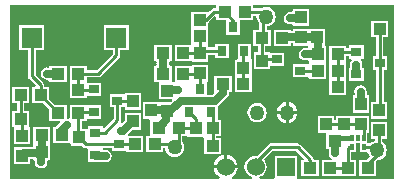
<source format=gtl>
G04 Layer_Physical_Order=1*
G04 Layer_Color=255*
%FSAX24Y24*%
%MOIN*%
G70*
G01*
G75*
%ADD10R,0.0118X0.0193*%
%ADD11R,0.0118X0.0205*%
%ADD12R,0.0354X0.0315*%
%ADD13R,0.0315X0.0354*%
%ADD14R,0.0394X0.0433*%
%ADD15R,0.0433X0.0394*%
%ADD16R,0.0689X0.0709*%
%ADD17C,0.0100*%
%ADD18C,0.0250*%
%ADD19C,0.0150*%
%ADD20C,0.0500*%
%ADD21R,0.0600X0.0600*%
%ADD22C,0.0600*%
%ADD23C,0.0270*%
G36*
X102910Y044150D02*
X099718D01*
X099680Y044180D01*
X099680Y044200D01*
Y044920D01*
X098940D01*
Y044200D01*
X098940Y044180D01*
X098902Y044150D01*
X098442D01*
X098432Y044200D01*
X098497Y044227D01*
X098574Y044286D01*
X098633Y044363D01*
X098670Y044453D01*
X098683Y044550D01*
X098670Y044647D01*
X098633Y044737D01*
X098584Y044801D01*
X098861Y045078D01*
X099659D01*
X099924Y044813D01*
X099905Y044767D01*
X099839D01*
Y044233D01*
X100412D01*
Y044767D01*
X100248D01*
Y044785D01*
X100238Y044831D01*
X100212Y044871D01*
X099797Y045287D01*
X099757Y045313D01*
X099710Y045322D01*
X098810D01*
X098763Y045313D01*
X098723Y045287D01*
X098354Y044917D01*
X098310Y044923D01*
X098213Y044910D01*
X098123Y044873D01*
X098046Y044814D01*
X097987Y044737D01*
X097950Y044647D01*
X097937Y044550D01*
X097950Y044453D01*
X097987Y044363D01*
X098046Y044286D01*
X098123Y044227D01*
X098188Y044200D01*
X098178Y044150D01*
X097520D01*
X097510Y044200D01*
X097512Y044201D01*
X097595Y044265D01*
X097659Y044348D01*
X097700Y044446D01*
X097707Y044500D01*
X097310D01*
X096913D01*
X096920Y044446D01*
X096961Y044348D01*
X097025Y044265D01*
X097108Y044201D01*
X097110Y044200D01*
X097100Y044150D01*
X090110D01*
Y049950D01*
X096989D01*
Y049822D01*
X096910D01*
X096863Y049813D01*
X096823Y049787D01*
X096774Y049737D01*
X096731Y049717D01*
Y049717D01*
X096731Y049717D01*
X096158D01*
Y049217D01*
X096158Y049183D01*
X096158Y049133D01*
Y048657D01*
X096158Y048633D01*
X096115Y048617D01*
X095608D01*
Y048083D01*
X096181D01*
X096193Y048048D01*
X096727D01*
Y048284D01*
X096959D01*
Y048159D01*
X097413D01*
Y048653D01*
X096959D01*
Y048529D01*
X096727D01*
Y048621D01*
X096727D01*
X096731Y048633D01*
X096731Y048633D01*
X096731Y048669D01*
Y049133D01*
X096731Y049167D01*
X096731Y049217D01*
Y049353D01*
X096747Y049363D01*
X096939Y049556D01*
X096989Y049535D01*
Y049433D01*
X097333D01*
Y048947D01*
X097787D01*
Y049433D01*
X098231D01*
Y049578D01*
X098313D01*
X098337Y049550D01*
X098348Y049466D01*
X098380Y049389D01*
X098432Y049322D01*
X098438Y049317D01*
Y049117D01*
X098239D01*
Y048583D01*
X098388D01*
Y048371D01*
X098243D01*
Y047798D01*
X098777D01*
Y047897D01*
X099263D01*
Y048351D01*
X098777D01*
Y048371D01*
X098632D01*
Y048583D01*
X098812D01*
Y049117D01*
X098682D01*
Y049230D01*
X098744Y049238D01*
X098821Y049270D01*
X098888Y049322D01*
X098940Y049389D01*
X098972Y049466D01*
X098983Y049550D01*
X098972Y049634D01*
X098940Y049711D01*
X098888Y049778D01*
X098821Y049830D01*
X098744Y049862D01*
X098660Y049873D01*
X098576Y049862D01*
X098499Y049830D01*
X098489Y049822D01*
X098231D01*
Y049950D01*
X102910D01*
Y044150D01*
D02*
G37*
%LPC*%
G36*
X098360Y046673D02*
X098276Y046662D01*
X098199Y046630D01*
X098132Y046578D01*
X098080Y046511D01*
X098048Y046434D01*
X098037Y046350D01*
X098048Y046266D01*
X098080Y046189D01*
X098132Y046122D01*
X098199Y046070D01*
X098276Y046038D01*
X098360Y046027D01*
X098444Y046038D01*
X098521Y046070D01*
X098588Y046122D01*
X098640Y046189D01*
X098672Y046266D01*
X098683Y046350D01*
X098672Y046434D01*
X098640Y046511D01*
X098588Y046578D01*
X098521Y046630D01*
X098444Y046662D01*
X098360Y046673D01*
D02*
G37*
G36*
X099706Y046300D02*
X099410D01*
Y046004D01*
X099451Y046009D01*
X099537Y046044D01*
X099610Y046100D01*
X099666Y046173D01*
X099701Y046259D01*
X099706Y046300D01*
D02*
G37*
G36*
X101810Y047259D02*
X101730Y047243D01*
X101662Y047198D01*
X101617Y047130D01*
X101601Y047050D01*
X101611Y046999D01*
Y046924D01*
X101543D01*
Y046350D01*
X102077D01*
Y046924D01*
X102009D01*
Y046999D01*
X102019Y047050D01*
X102003Y047130D01*
X101958Y047198D01*
X101890Y047243D01*
X101810Y047259D01*
D02*
G37*
G36*
X102731Y049417D02*
X102158D01*
Y048883D01*
X102322D01*
Y048227D01*
X102207D01*
Y047773D01*
X102331D01*
Y046721D01*
X102143D01*
Y046148D01*
X102677D01*
Y046721D01*
X102576D01*
Y047773D01*
X102701D01*
Y048227D01*
X102567D01*
Y048883D01*
X102731D01*
Y049417D01*
D02*
G37*
G36*
X101527Y046254D02*
Y046254D01*
X100993D01*
Y046090D01*
X100927D01*
Y046254D01*
X100393D01*
Y045681D01*
X100614D01*
X100658Y045667D01*
Y045133D01*
X100761D01*
Y045051D01*
X100751Y045000D01*
X100767Y044920D01*
X100812Y044852D01*
X100865Y044817D01*
X100850Y044767D01*
X100508D01*
Y044233D01*
X101040D01*
X101081Y044233D01*
X101081Y044233D01*
X101089Y044236D01*
Y044236D01*
X101662D01*
Y044769D01*
X101498D01*
Y045032D01*
X101642D01*
Y045334D01*
X101778D01*
Y045038D01*
X102036D01*
X102056Y044997D01*
X102080Y044939D01*
X102122Y044885D01*
X102006Y044769D01*
X101758D01*
Y044236D01*
X102331D01*
Y044748D01*
X102360Y044777D01*
X102444Y044788D01*
X102521Y044820D01*
X102588Y044872D01*
X102640Y044939D01*
X102672Y045016D01*
X102683Y045100D01*
X102672Y045184D01*
X102640Y045261D01*
X102588Y045328D01*
X102532Y045371D01*
Y045479D01*
X102677D01*
Y046052D01*
X102143D01*
Y045479D01*
X102288D01*
Y045413D01*
X102276Y045412D01*
X102199Y045380D01*
X102132Y045328D01*
X102131Y045327D01*
X102036D01*
Y045666D01*
X102077Y045681D01*
Y046254D01*
X101543D01*
Y046254D01*
X101527D01*
D02*
G37*
G36*
X097360Y044947D02*
Y044600D01*
X097707D01*
X097700Y044654D01*
X097659Y044752D01*
X097595Y044835D01*
X097512Y044899D01*
X097414Y044940D01*
X097360Y044947D01*
D02*
G37*
G36*
X097260D02*
X097206Y044940D01*
X097108Y044899D01*
X097025Y044835D01*
X096961Y044752D01*
X096920Y044654D01*
X096913Y044600D01*
X097260D01*
Y044947D01*
D02*
G37*
G36*
X091462Y045867D02*
X090889D01*
Y045333D01*
X090889D01*
X090889Y045317D01*
X090889D01*
Y045199D01*
X090777D01*
Y045202D01*
X090243D01*
Y044629D01*
X090777D01*
Y044801D01*
X090889D01*
Y044783D01*
X090927D01*
X090958Y044733D01*
X090951Y044700D01*
X090967Y044620D01*
X091012Y044552D01*
X091080Y044507D01*
X091160Y044491D01*
X091240Y044507D01*
X091308Y044552D01*
X091353Y044620D01*
X091369Y044700D01*
X091362Y044733D01*
X091393Y044783D01*
X091462D01*
Y045317D01*
X091462D01*
X091462Y045333D01*
X091462D01*
Y045867D01*
D02*
G37*
G36*
X099310Y046300D02*
X099014D01*
X099019Y046259D01*
X099054Y046173D01*
X099110Y046100D01*
X099183Y046044D01*
X099269Y046009D01*
X099310Y046004D01*
Y046300D01*
D02*
G37*
G36*
X090762Y047217D02*
X090189D01*
Y046683D01*
X090353D01*
Y046417D01*
X090189D01*
Y045883D01*
X090198D01*
X090243Y045871D01*
Y045298D01*
X090777D01*
Y045871D01*
X090777D01*
X090762Y045883D01*
Y046417D01*
X090598D01*
Y046683D01*
X090762D01*
Y047217D01*
D02*
G37*
G36*
X092012Y047917D02*
X091439D01*
Y047886D01*
X091389Y047853D01*
X091360Y047859D01*
X091280Y047843D01*
X091212Y047798D01*
X091167Y047730D01*
X091151Y047650D01*
X091167Y047570D01*
X091212Y047502D01*
X091280Y047457D01*
X091360Y047441D01*
X091389Y047447D01*
X091439Y047414D01*
Y047383D01*
X092012D01*
Y047917D01*
D02*
G37*
G36*
X094082Y049274D02*
X093253D01*
Y048426D01*
X093545D01*
Y048308D01*
X093009Y047772D01*
X092681D01*
Y047917D01*
X092108D01*
Y047383D01*
X092108D01*
X092108Y047367D01*
X092108D01*
Y046833D01*
X092681D01*
Y046897D01*
X093163D01*
Y047351D01*
X092718D01*
X092681Y047383D01*
Y047528D01*
X093060D01*
X093107Y047537D01*
X093147Y047563D01*
X093754Y048171D01*
X093781Y048211D01*
X093790Y048257D01*
Y048426D01*
X094082D01*
Y049274D01*
D02*
G37*
G36*
X101913Y048601D02*
X101419D01*
Y048496D01*
X101331D01*
Y048567D01*
X100758D01*
Y048033D01*
X100758D01*
Y048017D01*
X100758D01*
Y047483D01*
X100758D01*
X100758Y047467D01*
X100758D01*
Y046933D01*
X101331D01*
Y047467D01*
X101331D01*
X101331Y047483D01*
X101331D01*
Y048017D01*
X101331D01*
Y048033D01*
X101331D01*
Y048252D01*
X101419D01*
Y048147D01*
X101495D01*
X101510Y048104D01*
X101511Y048097D01*
X101467Y048030D01*
X101451Y047950D01*
X101460Y047903D01*
X101452Y047853D01*
X101419D01*
Y047399D01*
X101913D01*
Y047853D01*
X101868D01*
X101860Y047903D01*
X101869Y047950D01*
X101853Y048030D01*
X101809Y048097D01*
X101810Y048104D01*
X101825Y048147D01*
X101913D01*
Y048601D01*
D02*
G37*
G36*
X100077Y049821D02*
X099543D01*
Y049733D01*
X099493Y049702D01*
X099460Y049709D01*
X099380Y049693D01*
X099312Y049648D01*
X099267Y049580D01*
X099251Y049500D01*
X099267Y049420D01*
X099312Y049352D01*
X099380Y049307D01*
X099460Y049291D01*
X099493Y049298D01*
X099543Y049267D01*
Y049248D01*
X100077D01*
Y049821D01*
D02*
G37*
G36*
X100093Y049152D02*
X100077Y049152D01*
X100077Y049152D01*
X100045Y049152D01*
X099543D01*
Y049064D01*
X099481D01*
Y049117D01*
X098908D01*
Y048583D01*
X099481D01*
Y048667D01*
X099543D01*
Y048579D01*
X100044D01*
X100047Y048578D01*
X100070Y048521D01*
X100057Y048499D01*
X100011D01*
X099960Y048509D01*
X099880Y048493D01*
X099812Y048448D01*
X099767Y048380D01*
X099751Y048300D01*
X099767Y048220D01*
X099812Y048152D01*
X099880Y048107D01*
X099960Y048091D01*
X100011Y048101D01*
X100053D01*
X100089Y048066D01*
X100089Y048007D01*
X100051Y047977D01*
X099557D01*
Y047523D01*
X100051D01*
X100089Y047493D01*
Y047483D01*
X100662D01*
Y047983D01*
X100662Y048017D01*
X100662Y048067D01*
Y048567D01*
X100627Y048579D01*
Y049152D01*
X100125D01*
X100093Y049152D01*
Y049152D01*
D02*
G37*
G36*
X099410Y046696D02*
Y046400D01*
X099706D01*
X099701Y046441D01*
X099666Y046527D01*
X099610Y046600D01*
X099537Y046656D01*
X099451Y046691D01*
X099410Y046696D01*
D02*
G37*
G36*
X099310D02*
X099269Y046691D01*
X099183Y046656D01*
X099110Y046600D01*
X099054Y046527D01*
X099019Y046441D01*
X099014Y046400D01*
X099310D01*
Y046696D01*
D02*
G37*
G36*
X091267Y049274D02*
X090438D01*
Y048426D01*
X090730D01*
Y047557D01*
X090739Y047511D01*
X090766Y047471D01*
X090974Y047263D01*
X090955Y047217D01*
X090858D01*
Y046683D01*
X091219D01*
X091439Y046463D01*
Y046083D01*
X091791D01*
X091812Y046033D01*
X091704Y045925D01*
X091665Y045867D01*
X091558D01*
Y045333D01*
X092131D01*
X092143Y045288D01*
Y045248D01*
X092523D01*
X092558Y045213D01*
X092598Y045187D01*
X092645Y045178D01*
X092679D01*
X092719Y045153D01*
X092719Y045128D01*
Y044699D01*
X093213D01*
Y044699D01*
X093263Y044700D01*
X093310Y044691D01*
X093390Y044707D01*
X093458Y044752D01*
X093503Y044820D01*
X093519Y044900D01*
X093503Y044980D01*
X093458Y045048D01*
X093390Y045093D01*
X093310Y045109D01*
X093263Y045100D01*
X093217Y045107D01*
X093219Y045157D01*
X093253Y045178D01*
X093507D01*
Y045073D01*
X093989D01*
Y045033D01*
X094562D01*
Y045567D01*
X094062D01*
X094049Y045587D01*
X094043Y045617D01*
X094205Y045779D01*
X094477D01*
Y046352D01*
X093943D01*
Y046080D01*
X093852Y045989D01*
X093851Y045988D01*
X093839Y045990D01*
X093816Y046045D01*
X093817Y046047D01*
X093826Y046094D01*
Y046523D01*
X093943D01*
Y046448D01*
X094477D01*
Y047021D01*
X093943D01*
Y046977D01*
X093457D01*
Y046523D01*
X093581D01*
Y046144D01*
X093263Y045826D01*
X093213Y045847D01*
Y045901D01*
X092719D01*
Y045840D01*
X092677Y045821D01*
X092669Y045821D01*
X092517D01*
Y046083D01*
X092681D01*
Y046149D01*
X093163D01*
Y046603D01*
X092681D01*
Y046617D01*
X092108D01*
Y046187D01*
X092058Y046149D01*
X092012Y046159D01*
Y046617D01*
X091632D01*
X091431Y046817D01*
Y047217D01*
X091267D01*
Y047265D01*
X091258Y047312D01*
X091231Y047352D01*
X090975Y047608D01*
Y048426D01*
X091267D01*
Y049274D01*
D02*
G37*
G36*
X098161Y048653D02*
X097707D01*
Y048159D01*
X097688Y048117D01*
X097608D01*
Y047583D01*
X097608D01*
Y047567D01*
X097608D01*
Y047033D01*
X098181D01*
Y047567D01*
X098181D01*
Y047583D01*
X098181D01*
Y048117D01*
X098180D01*
X098161Y048159D01*
Y048653D01*
D02*
G37*
G36*
X095512Y048617D02*
X094939D01*
Y048083D01*
X094977D01*
X095008Y048033D01*
X095001Y048000D01*
X095008Y047967D01*
X094977Y047917D01*
X094939D01*
Y047383D01*
X095048D01*
X095093Y047371D01*
X095093Y047333D01*
Y046798D01*
X095512D01*
X095531Y046752D01*
X095481Y046702D01*
X095093D01*
X095077Y046717D01*
Y046717D01*
X094543D01*
Y046144D01*
X094750D01*
X094789Y046117D01*
Y045583D01*
X094746Y045567D01*
X094658D01*
Y045033D01*
X095231D01*
Y045178D01*
X095290D01*
X095298Y045116D01*
X095330Y045039D01*
X095382Y044972D01*
X095449Y044920D01*
X095526Y044888D01*
X095610Y044877D01*
X095694Y044888D01*
X095771Y044920D01*
X095838Y044972D01*
X095890Y045039D01*
X095922Y045116D01*
X095933Y045200D01*
X095922Y045284D01*
X095890Y045361D01*
X095867Y045391D01*
Y045583D01*
X096031D01*
X096043Y045548D01*
X096534D01*
X096547Y045547D01*
X096556Y045544D01*
X096584Y045521D01*
X096586Y045512D01*
X096589Y045497D01*
X096589Y045478D01*
Y044983D01*
X097162D01*
Y045517D01*
X096998D01*
Y045583D01*
X097162D01*
Y046117D01*
X097061D01*
Y046583D01*
X097101Y046609D01*
X097366Y046875D01*
X097409Y046939D01*
X097424Y047015D01*
Y047033D01*
X097512D01*
Y047567D01*
X096939D01*
Y047033D01*
X096939Y047033D01*
X096939D01*
X096920Y046991D01*
X096878Y046949D01*
X096687D01*
Y047379D01*
X096727D01*
Y047952D01*
X096193D01*
X096181Y047917D01*
X095608D01*
X095608Y047405D01*
X095608D01*
X095608Y047383D01*
X095597Y047380D01*
X095563Y047371D01*
X095557D01*
X095512Y047383D01*
X095512Y047421D01*
Y047917D01*
X095443D01*
X095412Y047967D01*
X095419Y048000D01*
X095412Y048033D01*
X095443Y048083D01*
X095512D01*
Y048617D01*
D02*
G37*
%LPD*%
D10*
X101513Y045500D02*
D03*
X101710Y045205D02*
D03*
X101907D02*
D03*
X101710Y045500D02*
D03*
X101907D02*
D03*
D11*
X101513Y045205D02*
D03*
D12*
X102454Y048000D02*
D03*
X101666Y047626D02*
D03*
Y048374D02*
D03*
X093704Y046750D02*
D03*
X092916Y046376D02*
D03*
Y047124D02*
D03*
X093754Y045300D02*
D03*
X092966Y044926D02*
D03*
Y045674D02*
D03*
X099804Y047750D02*
D03*
X099016Y047376D02*
D03*
Y048124D02*
D03*
D13*
X096460Y047144D02*
D03*
X096834Y046356D02*
D03*
X096086D02*
D03*
X097560Y049194D02*
D03*
X097934Y048406D02*
D03*
X097186D02*
D03*
D14*
X096460Y048335D02*
D03*
Y047665D02*
D03*
X100660Y045968D02*
D03*
Y046637D02*
D03*
X102410Y046435D02*
D03*
Y045765D02*
D03*
X101810Y045968D02*
D03*
Y046637D02*
D03*
X101260Y045968D02*
D03*
Y046637D02*
D03*
X100360Y048865D02*
D03*
Y049535D02*
D03*
X096310Y045835D02*
D03*
Y045165D02*
D03*
X098510Y048085D02*
D03*
Y047415D02*
D03*
X099810Y048865D02*
D03*
Y049535D02*
D03*
X094810Y046431D02*
D03*
Y047100D02*
D03*
X095360Y046415D02*
D03*
Y047085D02*
D03*
X094210Y046065D02*
D03*
Y046735D02*
D03*
X092410Y045535D02*
D03*
Y044865D02*
D03*
X090510Y045585D02*
D03*
Y044915D02*
D03*
D15*
X100795Y044500D02*
D03*
X100125D02*
D03*
X102045Y044502D02*
D03*
X101375D02*
D03*
X102445Y049150D02*
D03*
X101775D02*
D03*
X101045Y048300D02*
D03*
X100375D02*
D03*
X101045Y047750D02*
D03*
X100375D02*
D03*
X098525Y048850D02*
D03*
X099195D02*
D03*
X096445Y049450D02*
D03*
X095775D02*
D03*
X097895Y047300D02*
D03*
X097225D02*
D03*
X096445Y048900D02*
D03*
X095775D02*
D03*
X095895Y048350D02*
D03*
X095225D02*
D03*
X096875Y045250D02*
D03*
X097545D02*
D03*
X095895Y047650D02*
D03*
X095225D02*
D03*
X095745Y045850D02*
D03*
X095075D02*
D03*
X091175Y045600D02*
D03*
X091845D02*
D03*
X092395Y047100D02*
D03*
X091725D02*
D03*
X091725Y047650D02*
D03*
X092395D02*
D03*
X090475Y046950D02*
D03*
X091145D02*
D03*
X100275Y045400D02*
D03*
X100945D02*
D03*
X101045Y047200D02*
D03*
X100375D02*
D03*
X097945Y049700D02*
D03*
X097275D02*
D03*
X097225Y047850D02*
D03*
X097895D02*
D03*
X096875Y045850D02*
D03*
X097545D02*
D03*
X091175Y045050D02*
D03*
X091845D02*
D03*
X094945Y045300D02*
D03*
X094275D02*
D03*
X092395Y046350D02*
D03*
X091725D02*
D03*
X090475Y046150D02*
D03*
X091145D02*
D03*
D16*
X090853Y048850D02*
D03*
X093667D02*
D03*
D17*
X093754Y045300D02*
X094275D01*
X092410Y045535D02*
X092645Y045300D01*
X093754D01*
X092966Y045674D02*
X093284D01*
X093704Y046094D01*
Y046750D01*
X094195D01*
X094210Y046735D01*
X092421Y046376D02*
X092916D01*
X092395Y046350D02*
X092421Y046376D01*
X091145Y046931D02*
X091725Y046350D01*
X090475Y046150D02*
Y046950D01*
Y046150D02*
X090475Y046150D01*
X090510Y046115D01*
Y045585D02*
Y046115D01*
X092395Y045550D02*
Y046350D01*
Y045550D02*
X092410Y045535D01*
X092395Y047100D02*
Y047650D01*
Y047100D02*
X092395Y047100D01*
X092892D01*
X092916Y047124D01*
X092395Y047650D02*
X093060D01*
X093667Y048257D01*
Y048850D01*
X091145Y046931D02*
Y046950D01*
X094945Y045300D02*
X095510D01*
X095745Y045335D02*
Y045850D01*
X096295D01*
X096310Y045835D01*
Y046132D01*
X096086Y046356D02*
X096310Y046132D01*
X096834Y046356D02*
X096875Y046315D01*
Y045850D02*
Y046315D01*
Y045250D02*
Y045850D01*
X096875Y045250D02*
X096875Y045250D01*
X096460Y047144D02*
Y047665D01*
X096445Y047650D02*
X096460Y047665D01*
X095895Y047650D02*
X096445D01*
X095895Y048300D02*
X095929Y048335D01*
X096460D01*
X096532Y048406D01*
X097186D01*
X096445Y048350D02*
Y048900D01*
Y048350D02*
X096460Y048335D01*
X096445Y049450D02*
X096660D01*
X096910Y049700D01*
X097275D01*
X097560Y049415D01*
Y049194D02*
Y049415D01*
X098510Y048085D02*
Y048815D01*
Y048085D02*
X098549Y048124D01*
X099016D01*
X097895Y048367D02*
X097934Y048406D01*
X097895Y047900D02*
Y048367D01*
Y047300D02*
Y047900D01*
X099804Y047750D02*
X100375D01*
X101045Y048300D02*
X101045Y048300D01*
X101119Y048374D01*
X101666D01*
X101045Y047200D02*
Y048300D01*
X102445Y048009D02*
Y049150D01*
Y048009D02*
X102454Y048000D01*
X102045Y044502D02*
Y044635D01*
X101907Y045205D02*
X102255D01*
X101415D02*
X101513D01*
X101375Y045165D02*
X101415Y045205D01*
X101375Y044502D02*
Y045165D01*
X101373Y044500D02*
X101375Y044502D01*
X100795Y044500D02*
X101373D01*
X101907Y045500D02*
Y045871D01*
X101810Y045968D02*
X101907Y045871D01*
X100660Y045968D02*
X100660Y045968D01*
X101260D01*
X101810D01*
X097945Y049700D02*
X098510D01*
X100125Y044500D02*
Y044785D01*
X098525Y048850D02*
X098560Y048885D01*
Y049450D01*
X098475Y048850D02*
X098510Y048815D01*
X102454Y046435D02*
Y048000D01*
X090853Y047557D02*
Y048850D01*
Y047557D02*
X091145Y047265D01*
Y046950D02*
Y047265D01*
X095510Y045300D02*
X095610Y045200D01*
X095745Y045335D01*
X098560Y049450D02*
X098660Y049550D01*
X098510Y049700D02*
X098660Y049550D01*
X102410Y045150D02*
Y045765D01*
X102360Y045100D02*
X102410Y045150D01*
X102255Y045205D02*
X102360Y045100D01*
X102045Y044635D02*
X102360Y044950D01*
Y045100D01*
X099710Y045200D02*
X100125Y044785D01*
X098310Y044550D02*
Y044700D01*
X098810Y045200D01*
X099710D01*
D18*
X100375Y048300D02*
Y048850D01*
X100360Y048865D02*
X100375Y048850D01*
X099810Y048865D02*
X100360D01*
X093810Y045750D02*
X093895D01*
X094210Y046065D01*
X095075Y045850D02*
X095333Y046108D01*
Y046415D02*
X095360D01*
X095333Y046108D02*
Y046415D01*
X091175Y045050D02*
Y045600D01*
Y045050D02*
X091175Y045050D01*
X090595Y045000D02*
X091125D01*
X090510Y044915D02*
X090595Y045000D01*
X091160Y044700D02*
Y045035D01*
X091175Y045050D01*
X091125Y045000D02*
X091160Y045035D01*
X091845Y045785D02*
X092010Y045950D01*
X091845Y045600D02*
Y045785D01*
X092992Y044900D02*
X093310D01*
X092966Y044926D02*
X092992Y044900D01*
X095491Y046431D02*
X095810Y046750D01*
X096960D02*
X097225Y047015D01*
X097210Y047335D02*
X097225Y047350D01*
X095375Y047100D02*
X095710D01*
X095360Y047085D02*
X095375Y047100D01*
X091360Y047650D02*
X091725D01*
X095210Y048000D02*
Y048335D01*
X095225Y048350D01*
X095210Y047665D02*
Y048000D01*
Y047665D02*
X095225Y047650D01*
X097225Y047015D02*
Y047300D01*
X099960Y048300D02*
X100375D01*
X101660Y047632D02*
Y047950D01*
Y047632D02*
X101666Y047626D01*
X101810Y046637D02*
Y047050D01*
X100960Y045000D02*
Y045385D01*
X100945Y045400D02*
X100960Y045385D01*
X099460Y049500D02*
X099775D01*
X099810Y049535D01*
X094810Y046431D02*
X095491D01*
X095810Y046750D02*
X096060D01*
X096960D01*
X099210Y048865D02*
X099810D01*
X099195Y048850D02*
X099210Y048865D01*
X099145Y048850D02*
X099195D01*
D19*
X100945Y045400D02*
X101045Y045500D01*
X101500D01*
D20*
X099360Y046350D02*
D03*
X098360D02*
D03*
X102360Y045100D02*
D03*
X098660Y049550D02*
D03*
X095610Y045200D02*
D03*
D21*
X099310Y044550D02*
D03*
D22*
X097310D02*
D03*
X098310D02*
D03*
D23*
X092010Y045950D02*
D03*
X091160Y044700D02*
D03*
X094460Y047200D02*
D03*
X095710Y047100D02*
D03*
X093810Y045750D02*
D03*
X097560Y048250D02*
D03*
X095210Y048000D02*
D03*
X095410Y049150D02*
D03*
X098760Y047050D02*
D03*
X097960Y045900D02*
D03*
X096310Y044800D02*
D03*
X100260Y046800D02*
D03*
X101660Y047950D02*
D03*
X099960Y048300D02*
D03*
X100760Y049550D02*
D03*
X101360Y049150D02*
D03*
X099460Y049500D02*
D03*
X101710Y044950D02*
D03*
X099860Y045550D02*
D03*
X101810Y047050D02*
D03*
X091960Y046800D02*
D03*
X091110Y046500D02*
D03*
X091360Y047650D02*
D03*
X093310Y044900D02*
D03*
X096060Y046750D02*
D03*
X100960Y045000D02*
D03*
X092010Y044650D02*
D03*
X091160Y048000D02*
D03*
X090310Y049750D02*
D03*
X102710D02*
D03*
Y044350D02*
D03*
X090310D02*
D03*
X094610Y045700D02*
D03*
X094160Y044700D02*
D03*
X093310Y046800D02*
D03*
X094260Y048350D02*
D03*
X092860Y048100D02*
D03*
X093410Y049750D02*
D03*
X096010Y049800D02*
D03*
X090310Y047400D02*
D03*
X097410Y046700D02*
D03*
X096860Y048000D02*
D03*
X097960Y045000D02*
D03*
X099060Y047700D02*
D03*
X100810Y048750D02*
D03*
X102760Y046900D02*
D03*
X099110Y049750D02*
D03*
X092260Y048850D02*
D03*
M02*

</source>
